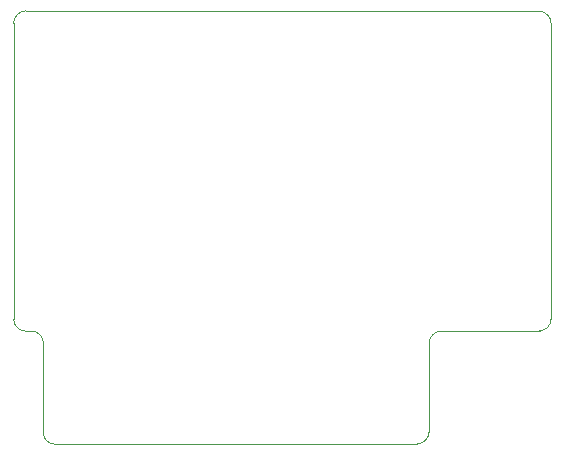
<source format=gbr>
%TF.GenerationSoftware,Altium Limited,Altium Designer,24.2.2 (26)*%
G04 Layer_Color=0*
%FSLAX45Y45*%
%MOMM*%
%TF.SameCoordinates,E368293F-65CA-4DDE-B1C5-A9725366A021*%
%TF.FilePolarity,Positive*%
%TF.FileFunction,Profile,NP*%
%TF.Part,Single*%
G01*
G75*
%TA.AperFunction,Profile*%
%ADD56C,0.02540*%
D56*
X815340Y31659D02*
Y788637D01*
X815958Y790559D01*
D02*
G03*
X714358Y892159I-101600J0D01*
G01*
X666099D01*
D02*
G02*
X564503Y993755I0J101596D01*
G01*
X563880Y3497580D01*
D02*
G02*
X670623Y3604323I106744J0D01*
G01*
X5008880Y3601720D01*
D02*
G02*
X5115623Y3494977I0J-106743D01*
G01*
X5113007Y991300D01*
D02*
G02*
X5017414Y895708I-95592J0D01*
G01*
X4183380Y891540D01*
D02*
G03*
X4081780Y789940I0J-101600D01*
G01*
Y40640D01*
D02*
G02*
X3980180Y-60960I-101600J0D01*
G01*
X910389Y-63390D01*
D02*
G02*
X815340Y31659I0J95049D01*
G01*
%TF.MD5,b9b3f928a59b43ca3761053efc9647db*%
M02*

</source>
